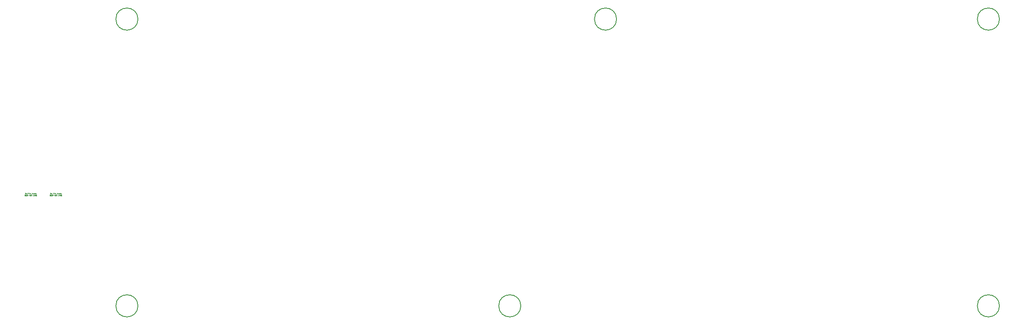
<source format=gbr>
%TF.GenerationSoftware,KiCad,Pcbnew,(6.0.8-1)-1*%
%TF.CreationDate,2024-01-23T21:28:49+01:00*%
%TF.ProjectId,keyboard-template-60,6b657962-6f61-4726-942d-74656d706c61,rev?*%
%TF.SameCoordinates,Original*%
%TF.FileFunction,Other,Comment*%
%FSLAX46Y46*%
G04 Gerber Fmt 4.6, Leading zero omitted, Abs format (unit mm)*
G04 Created by KiCad (PCBNEW (6.0.8-1)-1) date 2024-01-23 21:28:49*
%MOMM*%
%LPD*%
G01*
G04 APERTURE LIST*
%ADD10C,0.030000*%
%ADD11C,0.150000*%
G04 APERTURE END LIST*
D10*
%TO.C,SW1*%
X105266964Y-133640476D02*
X105266964Y-133440476D01*
X105381250Y-133640476D02*
X105295535Y-133526190D01*
X105381250Y-133440476D02*
X105266964Y-133554761D01*
X105466964Y-133535714D02*
X105533630Y-133535714D01*
X105562202Y-133640476D02*
X105466964Y-133640476D01*
X105466964Y-133440476D01*
X105562202Y-133440476D01*
X105647916Y-133535714D02*
X105714583Y-133535714D01*
X105743154Y-133640476D02*
X105647916Y-133640476D01*
X105647916Y-133440476D01*
X105743154Y-133440476D01*
X105828869Y-133640476D02*
X105828869Y-133440476D01*
X105905059Y-133440476D01*
X105924107Y-133450000D01*
X105933630Y-133459523D01*
X105943154Y-133478571D01*
X105943154Y-133507142D01*
X105933630Y-133526190D01*
X105924107Y-133535714D01*
X105905059Y-133545238D01*
X105828869Y-133545238D01*
X106028869Y-133564285D02*
X106181250Y-133564285D01*
X106314583Y-133440476D02*
X106352678Y-133440476D01*
X106371726Y-133450000D01*
X106390773Y-133469047D01*
X106400297Y-133507142D01*
X106400297Y-133573809D01*
X106390773Y-133611904D01*
X106371726Y-133630952D01*
X106352678Y-133640476D01*
X106314583Y-133640476D01*
X106295535Y-133630952D01*
X106276488Y-133611904D01*
X106266964Y-133573809D01*
X106266964Y-133507142D01*
X106276488Y-133469047D01*
X106295535Y-133450000D01*
X106314583Y-133440476D01*
X106486011Y-133440476D02*
X106486011Y-133602380D01*
X106495535Y-133621428D01*
X106505059Y-133630952D01*
X106524107Y-133640476D01*
X106562202Y-133640476D01*
X106581250Y-133630952D01*
X106590773Y-133621428D01*
X106600297Y-133602380D01*
X106600297Y-133440476D01*
X106666964Y-133440476D02*
X106781250Y-133440476D01*
X106724107Y-133640476D02*
X106724107Y-133440476D01*
X106981250Y-133440476D02*
X107114583Y-133440476D01*
X106981250Y-133640476D01*
X107114583Y-133640476D01*
X107228869Y-133440476D02*
X107266964Y-133440476D01*
X107286011Y-133450000D01*
X107305059Y-133469047D01*
X107314583Y-133507142D01*
X107314583Y-133573809D01*
X107305059Y-133611904D01*
X107286011Y-133630952D01*
X107266964Y-133640476D01*
X107228869Y-133640476D01*
X107209821Y-133630952D01*
X107190773Y-133611904D01*
X107181250Y-133573809D01*
X107181250Y-133507142D01*
X107190773Y-133469047D01*
X107209821Y-133450000D01*
X107228869Y-133440476D01*
X107400297Y-133640476D02*
X107400297Y-133440476D01*
X107514583Y-133640476D01*
X107514583Y-133440476D01*
X107609821Y-133535714D02*
X107676488Y-133535714D01*
X107705059Y-133640476D02*
X107609821Y-133640476D01*
X107609821Y-133440476D01*
X107705059Y-133440476D01*
X100266964Y-133640476D02*
X100266964Y-133440476D01*
X100381250Y-133640476D02*
X100295535Y-133526190D01*
X100381250Y-133440476D02*
X100266964Y-133554761D01*
X100466964Y-133535714D02*
X100533630Y-133535714D01*
X100562202Y-133640476D02*
X100466964Y-133640476D01*
X100466964Y-133440476D01*
X100562202Y-133440476D01*
X100647916Y-133535714D02*
X100714583Y-133535714D01*
X100743154Y-133640476D02*
X100647916Y-133640476D01*
X100647916Y-133440476D01*
X100743154Y-133440476D01*
X100828869Y-133640476D02*
X100828869Y-133440476D01*
X100905059Y-133440476D01*
X100924107Y-133450000D01*
X100933630Y-133459523D01*
X100943154Y-133478571D01*
X100943154Y-133507142D01*
X100933630Y-133526190D01*
X100924107Y-133535714D01*
X100905059Y-133545238D01*
X100828869Y-133545238D01*
X101028869Y-133564285D02*
X101181250Y-133564285D01*
X101314583Y-133440476D02*
X101352678Y-133440476D01*
X101371726Y-133450000D01*
X101390773Y-133469047D01*
X101400297Y-133507142D01*
X101400297Y-133573809D01*
X101390773Y-133611904D01*
X101371726Y-133630952D01*
X101352678Y-133640476D01*
X101314583Y-133640476D01*
X101295535Y-133630952D01*
X101276488Y-133611904D01*
X101266964Y-133573809D01*
X101266964Y-133507142D01*
X101276488Y-133469047D01*
X101295535Y-133450000D01*
X101314583Y-133440476D01*
X101486011Y-133440476D02*
X101486011Y-133602380D01*
X101495535Y-133621428D01*
X101505059Y-133630952D01*
X101524107Y-133640476D01*
X101562202Y-133640476D01*
X101581250Y-133630952D01*
X101590773Y-133621428D01*
X101600297Y-133602380D01*
X101600297Y-133440476D01*
X101666964Y-133440476D02*
X101781250Y-133440476D01*
X101724107Y-133640476D02*
X101724107Y-133440476D01*
X101981250Y-133440476D02*
X102114583Y-133440476D01*
X101981250Y-133640476D01*
X102114583Y-133640476D01*
X102228869Y-133440476D02*
X102266964Y-133440476D01*
X102286011Y-133450000D01*
X102305059Y-133469047D01*
X102314583Y-133507142D01*
X102314583Y-133573809D01*
X102305059Y-133611904D01*
X102286011Y-133630952D01*
X102266964Y-133640476D01*
X102228869Y-133640476D01*
X102209821Y-133630952D01*
X102190773Y-133611904D01*
X102181250Y-133573809D01*
X102181250Y-133507142D01*
X102190773Y-133469047D01*
X102209821Y-133450000D01*
X102228869Y-133440476D01*
X102400297Y-133640476D02*
X102400297Y-133440476D01*
X102514583Y-133640476D01*
X102514583Y-133440476D01*
X102609821Y-133535714D02*
X102676488Y-133535714D01*
X102705059Y-133640476D02*
X102609821Y-133640476D01*
X102609821Y-133440476D01*
X102705059Y-133440476D01*
X100400297Y-133240476D02*
X100400297Y-133040476D01*
X100514583Y-133240476D01*
X100514583Y-133040476D01*
X100638392Y-133240476D02*
X100619345Y-133230952D01*
X100609821Y-133221428D01*
X100600297Y-133202380D01*
X100600297Y-133145238D01*
X100609821Y-133126190D01*
X100619345Y-133116666D01*
X100638392Y-133107142D01*
X100666964Y-133107142D01*
X100686011Y-133116666D01*
X100695535Y-133126190D01*
X100705059Y-133145238D01*
X100705059Y-133202380D01*
X100695535Y-133221428D01*
X100686011Y-133230952D01*
X100666964Y-133240476D01*
X100638392Y-133240476D01*
X101009821Y-133135714D02*
X100943154Y-133135714D01*
X100943154Y-133240476D02*
X100943154Y-133040476D01*
X101038392Y-133040476D01*
X101114583Y-133221428D02*
X101124107Y-133230952D01*
X101114583Y-133240476D01*
X101105059Y-133230952D01*
X101114583Y-133221428D01*
X101114583Y-133240476D01*
X101324107Y-133221428D02*
X101314583Y-133230952D01*
X101286011Y-133240476D01*
X101266964Y-133240476D01*
X101238392Y-133230952D01*
X101219345Y-133211904D01*
X101209821Y-133192857D01*
X101200297Y-133154761D01*
X101200297Y-133126190D01*
X101209821Y-133088095D01*
X101219345Y-133069047D01*
X101238392Y-133050000D01*
X101266964Y-133040476D01*
X101286011Y-133040476D01*
X101314583Y-133050000D01*
X101324107Y-133059523D01*
X101495535Y-133107142D02*
X101495535Y-133240476D01*
X101409821Y-133107142D02*
X101409821Y-133211904D01*
X101419345Y-133230952D01*
X101438392Y-133240476D01*
X101466964Y-133240476D01*
X101486011Y-133230952D01*
X101495535Y-133221428D01*
X101714583Y-133107142D02*
X101790773Y-133107142D01*
X101743154Y-133040476D02*
X101743154Y-133211904D01*
X101752678Y-133230952D01*
X101771726Y-133240476D01*
X101790773Y-133240476D01*
X101857440Y-133240476D02*
X101857440Y-133107142D01*
X101857440Y-133145238D02*
X101866964Y-133126190D01*
X101876488Y-133116666D01*
X101895535Y-133107142D01*
X101914583Y-133107142D01*
X102066964Y-133240476D02*
X102066964Y-133135714D01*
X102057440Y-133116666D01*
X102038392Y-133107142D01*
X102000297Y-133107142D01*
X101981250Y-133116666D01*
X102066964Y-133230952D02*
X102047916Y-133240476D01*
X102000297Y-133240476D01*
X101981250Y-133230952D01*
X101971726Y-133211904D01*
X101971726Y-133192857D01*
X101981250Y-133173809D01*
X102000297Y-133164285D01*
X102047916Y-133164285D01*
X102066964Y-133154761D01*
X102247916Y-133230952D02*
X102228869Y-133240476D01*
X102190773Y-133240476D01*
X102171726Y-133230952D01*
X102162202Y-133221428D01*
X102152678Y-133202380D01*
X102152678Y-133145238D01*
X102162202Y-133126190D01*
X102171726Y-133116666D01*
X102190773Y-133107142D01*
X102228869Y-133107142D01*
X102247916Y-133116666D01*
X102333630Y-133240476D02*
X102333630Y-133040476D01*
X102352678Y-133164285D02*
X102409821Y-133240476D01*
X102409821Y-133107142D02*
X102333630Y-133183333D01*
X102486011Y-133230952D02*
X102505059Y-133240476D01*
X102543154Y-133240476D01*
X102562202Y-133230952D01*
X102571726Y-133211904D01*
X102571726Y-133202380D01*
X102562202Y-133183333D01*
X102543154Y-133173809D01*
X102514583Y-133173809D01*
X102495535Y-133164285D01*
X102486011Y-133145238D01*
X102486011Y-133135714D01*
X102495535Y-133116666D01*
X102514583Y-133107142D01*
X102543154Y-133107142D01*
X102562202Y-133116666D01*
X105400297Y-133240476D02*
X105400297Y-133040476D01*
X105514583Y-133240476D01*
X105514583Y-133040476D01*
X105638392Y-133240476D02*
X105619345Y-133230952D01*
X105609821Y-133221428D01*
X105600297Y-133202380D01*
X105600297Y-133145238D01*
X105609821Y-133126190D01*
X105619345Y-133116666D01*
X105638392Y-133107142D01*
X105666964Y-133107142D01*
X105686011Y-133116666D01*
X105695535Y-133126190D01*
X105705059Y-133145238D01*
X105705059Y-133202380D01*
X105695535Y-133221428D01*
X105686011Y-133230952D01*
X105666964Y-133240476D01*
X105638392Y-133240476D01*
X106009821Y-133135714D02*
X105943154Y-133135714D01*
X105943154Y-133240476D02*
X105943154Y-133040476D01*
X106038392Y-133040476D01*
X106114583Y-133221428D02*
X106124107Y-133230952D01*
X106114583Y-133240476D01*
X106105059Y-133230952D01*
X106114583Y-133221428D01*
X106114583Y-133240476D01*
X106324107Y-133221428D02*
X106314583Y-133230952D01*
X106286011Y-133240476D01*
X106266964Y-133240476D01*
X106238392Y-133230952D01*
X106219345Y-133211904D01*
X106209821Y-133192857D01*
X106200297Y-133154761D01*
X106200297Y-133126190D01*
X106209821Y-133088095D01*
X106219345Y-133069047D01*
X106238392Y-133050000D01*
X106266964Y-133040476D01*
X106286011Y-133040476D01*
X106314583Y-133050000D01*
X106324107Y-133059523D01*
X106495535Y-133107142D02*
X106495535Y-133240476D01*
X106409821Y-133107142D02*
X106409821Y-133211904D01*
X106419345Y-133230952D01*
X106438392Y-133240476D01*
X106466964Y-133240476D01*
X106486011Y-133230952D01*
X106495535Y-133221428D01*
X106714583Y-133107142D02*
X106790773Y-133107142D01*
X106743154Y-133040476D02*
X106743154Y-133211904D01*
X106752678Y-133230952D01*
X106771726Y-133240476D01*
X106790773Y-133240476D01*
X106857440Y-133240476D02*
X106857440Y-133107142D01*
X106857440Y-133145238D02*
X106866964Y-133126190D01*
X106876488Y-133116666D01*
X106895535Y-133107142D01*
X106914583Y-133107142D01*
X107066964Y-133240476D02*
X107066964Y-133135714D01*
X107057440Y-133116666D01*
X107038392Y-133107142D01*
X107000297Y-133107142D01*
X106981250Y-133116666D01*
X107066964Y-133230952D02*
X107047916Y-133240476D01*
X107000297Y-133240476D01*
X106981250Y-133230952D01*
X106971726Y-133211904D01*
X106971726Y-133192857D01*
X106981250Y-133173809D01*
X107000297Y-133164285D01*
X107047916Y-133164285D01*
X107066964Y-133154761D01*
X107247916Y-133230952D02*
X107228869Y-133240476D01*
X107190773Y-133240476D01*
X107171726Y-133230952D01*
X107162202Y-133221428D01*
X107152678Y-133202380D01*
X107152678Y-133145238D01*
X107162202Y-133126190D01*
X107171726Y-133116666D01*
X107190773Y-133107142D01*
X107228869Y-133107142D01*
X107247916Y-133116666D01*
X107333630Y-133240476D02*
X107333630Y-133040476D01*
X107352678Y-133164285D02*
X107409821Y-133240476D01*
X107409821Y-133107142D02*
X107333630Y-133183333D01*
X107486011Y-133230952D02*
X107505059Y-133240476D01*
X107543154Y-133240476D01*
X107562202Y-133230952D01*
X107571726Y-133211904D01*
X107571726Y-133202380D01*
X107562202Y-133183333D01*
X107543154Y-133173809D01*
X107514583Y-133173809D01*
X107495535Y-133164285D01*
X107486011Y-133145238D01*
X107486011Y-133135714D01*
X107495535Y-133116666D01*
X107514583Y-133107142D01*
X107543154Y-133107142D01*
X107562202Y-133116666D01*
D11*
%TO.C,H6*%
X294300000Y-155575000D02*
G75*
G03*
X294300000Y-155575000I-2200000J0D01*
G01*
%TO.C,H1*%
X122850000Y-98425000D02*
G75*
G03*
X122850000Y-98425000I-2200000J0D01*
G01*
%TO.C,H4*%
X122850000Y-155575000D02*
G75*
G03*
X122850000Y-155575000I-2200000J0D01*
G01*
%TO.C,H3*%
X294300000Y-98425000D02*
G75*
G03*
X294300000Y-98425000I-2200000J0D01*
G01*
%TO.C,H5*%
X199050000Y-155575000D02*
G75*
G03*
X199050000Y-155575000I-2200000J0D01*
G01*
%TO.C,H2*%
X218100000Y-98425000D02*
G75*
G03*
X218100000Y-98425000I-2200000J0D01*
G01*
%TD*%
M02*

</source>
